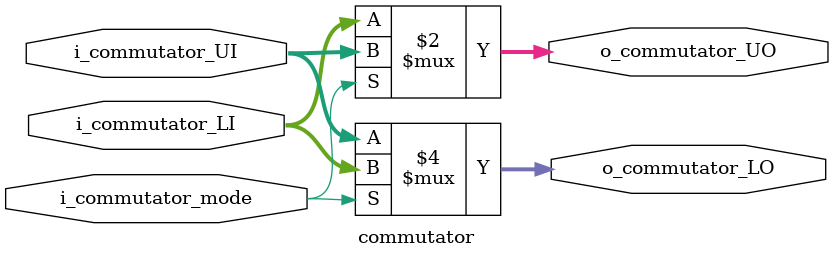
<source format=v>
`define WORD_LEN 11

module commutator (
		input signed [`WORD_LEN-1:0] i_commutator_UI,
		input signed [`WORD_LEN-1:0] i_commutator_LI,
		input i_commutator_mode, //(0: switch, 1: bypass operation)
		
		output signed [`WORD_LEN-1:0] o_commutator_UO,
		output signed [`WORD_LEN-1:0] o_commutator_LO
);


assign o_commutator_UO = (i_commutator_mode==0)? i_commutator_LI:i_commutator_UI;
assign o_commutator_LO = (i_commutator_mode==0)? i_commutator_UI:i_commutator_LI;

endmodule





</source>
